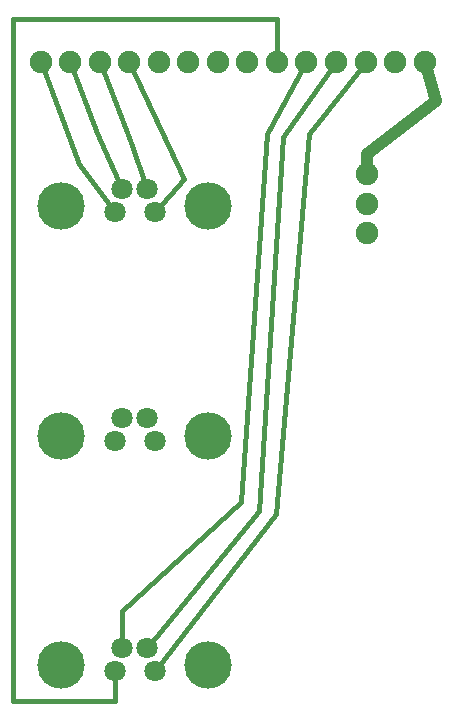
<source format=gtl>
G04 Layer: TopLayer*
G04 EasyEDA v6.5.42, 2024-04-22 14:16:48*
G04 7752da08fb664a89a939598d6395460c,c115876feeed43bc8c79c948ea027e3a,10*
G04 Gerber Generator version 0.2*
G04 Scale: 100 percent, Rotated: No, Reflected: No *
G04 Dimensions in millimeters *
G04 leading zeros omitted , absolute positions ,4 integer and 5 decimal *
%FSLAX45Y45*%
%MOMM*%

%ADD10C,0.4000*%
%ADD11C,1.0000*%
%ADD12C,4.0160*%
%ADD13C,1.8000*%
%ADD14C,1.9000*%

%LPD*%
D10*
X960374Y-6412737D02*
G01*
X960374Y-6667500D01*
X101600Y-6667500D01*
X101600Y-889000D01*
X2335022Y-889000D01*
X2335022Y-1250950D01*
X1022858Y-6217665D02*
G01*
X1022858Y-5905500D01*
X2032000Y-4978400D01*
X2247900Y-1866900D01*
X2584958Y-1250950D01*
X1237741Y-6217665D02*
G01*
X2184400Y-5054600D01*
X2387600Y-1892300D01*
X2834893Y-1250950D01*
X1300225Y-6412737D02*
G01*
X2324100Y-5080000D01*
X2603500Y-1866900D01*
X3085084Y-1250950D01*
D11*
X3100070Y-2204973D02*
G01*
X3098800Y-2032000D01*
X3683000Y-1587500D01*
X3584956Y-1250950D01*
D10*
X834897Y-1250950D02*
G01*
X1092200Y-1917700D01*
X1237741Y-2324607D01*
X584962Y-1250950D02*
G01*
X812800Y-1854200D01*
X1022858Y-2324607D01*
X335026Y-1250950D02*
G01*
X660400Y-2120900D01*
X960374Y-2519679D01*
X1085088Y-1250950D02*
G01*
X1549400Y-2247900D01*
X1300225Y-2519679D01*
D12*
G01*
X1755292Y-6362700D03*
G01*
X505307Y-6362700D03*
D13*
G01*
X960297Y-6412712D03*
G01*
X1300302Y-6412712D03*
G01*
X1022807Y-6217691D03*
G01*
X1237792Y-6217691D03*
D12*
G01*
X1755292Y-2469718D03*
G01*
X505307Y-2469718D03*
D13*
G01*
X960297Y-2519730D03*
G01*
X1300302Y-2519730D03*
G01*
X1022807Y-2324709D03*
G01*
X1237792Y-2324709D03*
D12*
G01*
X1755292Y-4416221D03*
G01*
X505307Y-4416221D03*
D13*
G01*
X960297Y-4466234D03*
G01*
X1300302Y-4466234D03*
G01*
X1022807Y-4271213D03*
G01*
X1237792Y-4271213D03*
D14*
G01*
X3585006Y-1251000D03*
G01*
X3334994Y-1251000D03*
G01*
X2585008Y-1251000D03*
G01*
X2334996Y-1251000D03*
G01*
X2085009Y-1251000D03*
G01*
X1834997Y-1251000D03*
G01*
X1585010Y-1251000D03*
G01*
X1334998Y-1251000D03*
G01*
X1085011Y-1251000D03*
G01*
X834999Y-1251000D03*
G01*
X585012Y-1251000D03*
G01*
X335000Y-1251000D03*
G01*
X3099993Y-2704998D03*
G01*
X3099993Y-2454986D03*
G01*
X3099993Y-2204999D03*
G01*
X3085007Y-1251000D03*
G01*
X2834995Y-1251000D03*
M02*

</source>
